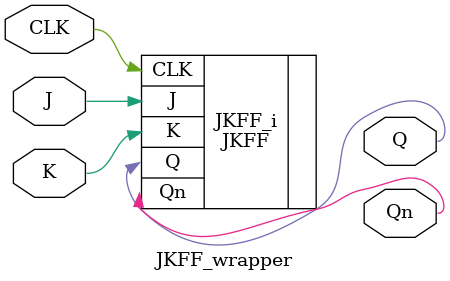
<source format=v>
`timescale 1 ps / 1 ps

module JKFF_wrapper
   (CLK,
    J,
    K,
    Q,
    Qn);
  input [0:0]CLK;
  input [0:0]J;
  input [0:0]K;
  output [0:0]Q;
  output [0:0]Qn;

  wire [0:0]CLK;
  wire [0:0]J;
  wire [0:0]K;
  wire [0:0]Q;
  wire [0:0]Qn;

  JKFF JKFF_i
       (.CLK(CLK),
        .J(J),
        .K(K),
        .Q(Q),
        .Qn(Qn));
endmodule

</source>
